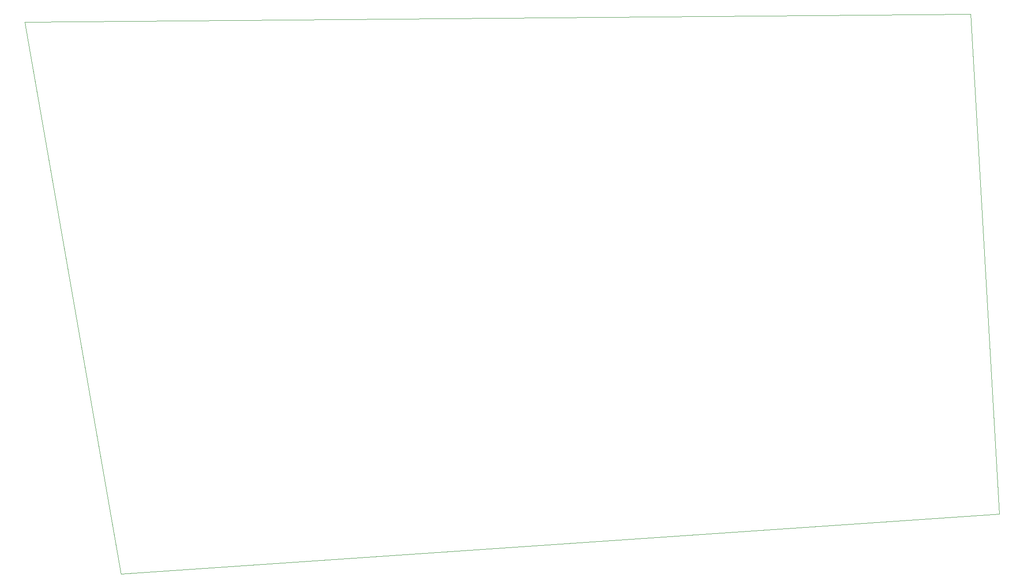
<source format=gbr>
%TF.GenerationSoftware,KiCad,Pcbnew,9.0.3*%
%TF.CreationDate,2025-08-08T21:57:51-07:00*%
%TF.ProjectId,airscale,61697273-6361-46c6-952e-6b696361645f,rev?*%
%TF.SameCoordinates,Original*%
%TF.FileFunction,Profile,NP*%
%FSLAX46Y46*%
G04 Gerber Fmt 4.6, Leading zero omitted, Abs format (unit mm)*
G04 Created by KiCad (PCBNEW 9.0.3) date 2025-08-08 21:57:51*
%MOMM*%
%LPD*%
G01*
G04 APERTURE LIST*
%TA.AperFunction,Profile*%
%ADD10C,0.050000*%
%TD*%
G04 APERTURE END LIST*
D10*
X73000000Y-149500000D02*
X54500000Y-43500000D01*
X241500000Y-138000000D02*
X73000000Y-149500000D01*
X236000000Y-42000000D02*
X241500000Y-138000000D01*
X54500000Y-43500000D02*
X236000000Y-42000000D01*
M02*

</source>
